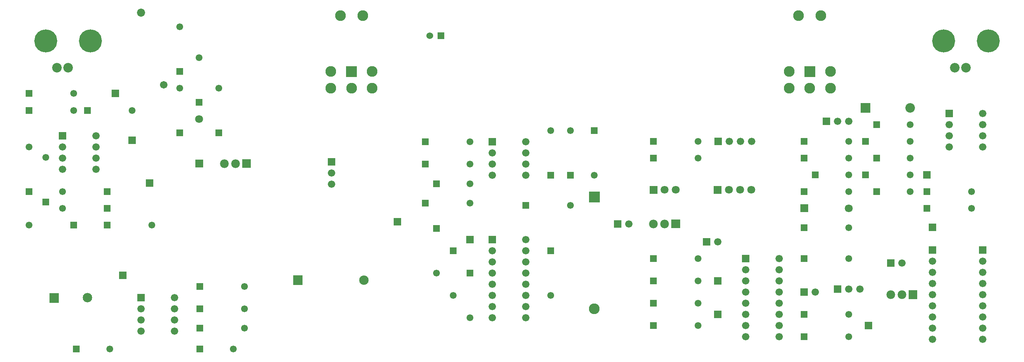
<source format=gbr>
G04 start of page 7 for group -4062 idx -4062 *
G04 Title: (unknown), soldermask *
G04 Creator: pcb 20091103 *
G04 CreationDate: Mon Apr 26 17:04:44 2010 UTC *
G04 For: fosse *
G04 Format: Gerber/RS-274X *
G04 PCB-Dimensions: 1200000 1000000 *
G04 PCB-Coordinate-Origin: lower left *
%MOIN*%
%FSLAX25Y25*%
%LNBACKMASK*%
%ADD11C,0.0200*%
%ADD16C,0.0600*%
%ADD37C,0.0610*%
%ADD38C,0.0660*%
%ADD39C,0.0710*%
%ADD40C,0.0860*%
%ADD41C,0.0847*%
%ADD42C,0.2060*%
%ADD43C,0.0960*%
%ADD44C,0.0780*%
%ADD45C,0.0722*%
%ADD46C,0.0672*%
G54D11*G36*
X228450Y602050D02*Y595950D01*
X234550D01*
Y602050D01*
X228450D01*
G37*
G36*
X198450D02*Y595950D01*
X204550D01*
Y602050D01*
X198450D01*
G37*
G54D37*X161500Y599000D03*
G54D38*X191500Y669000D03*
X221500D03*
G54D37*X161500D03*
G54D38*X191500Y659000D03*
Y649000D03*
X221500D03*
Y659000D03*
G54D37*X176500Y659500D03*
G54D11*G36*
X228450Y632050D02*Y625950D01*
X234550D01*
Y632050D01*
X228450D01*
G37*
G54D37*X191500Y629000D03*
G54D11*G36*
X173450Y622550D02*Y616450D01*
X179550D01*
Y622550D01*
X173450D01*
G37*
G36*
X158450Y632050D02*Y625950D01*
X164550D01*
Y632050D01*
X158450D01*
G37*
G36*
X228450Y617050D02*Y610950D01*
X234550D01*
Y617050D01*
X228450D01*
G37*
G54D37*X191500Y614000D03*
G54D11*G36*
X266200Y639800D02*Y633200D01*
X272800D01*
Y639800D01*
X266200D01*
G37*
G36*
X250700Y678300D02*Y671700D01*
X257300D01*
Y678300D01*
X250700D01*
G37*
G36*
X188200Y682300D02*Y675700D01*
X194800D01*
Y682300D01*
X188200D01*
G37*
G54D38*X221500Y679000D03*
G54D11*G36*
X210950Y704550D02*Y698450D01*
X217050D01*
Y704550D01*
X210950D01*
G37*
G54D37*X254000Y701500D03*
X201500D03*
G54D11*G36*
X235700Y720300D02*Y713700D01*
X242300D01*
Y720300D01*
X235700D01*
G37*
G36*
X293450Y684550D02*Y678450D01*
X299550D01*
Y684550D01*
X293450D01*
G37*
G36*
X328450D02*Y678450D01*
X334550D01*
Y684550D01*
X328450D01*
G37*
G54D37*X296500Y721500D03*
X331500D03*
G54D11*G36*
X293450Y739550D02*Y733450D01*
X299550D01*
Y739550D01*
X293450D01*
G37*
G36*
X310950Y712050D02*Y705950D01*
X317050D01*
Y712050D01*
X310950D01*
G37*
G54D37*X314000Y749000D03*
G54D39*Y694000D03*
G54D40*X196500Y740000D03*
G54D11*G36*
X158450Y720050D02*Y713950D01*
X164550D01*
Y720050D01*
X158450D01*
G37*
G54D37*X201500Y717000D03*
G54D11*G36*
X158450Y704550D02*Y698450D01*
X164550D01*
Y704550D01*
X158450D01*
G37*
G36*
X311450Y491050D02*Y484950D01*
X317550D01*
Y491050D01*
X311450D01*
G37*
G36*
Y527050D02*Y520950D01*
X317550D01*
Y527050D01*
X311450D01*
G37*
G36*
Y509550D02*Y503450D01*
X317550D01*
Y509550D01*
X311450D01*
G37*
G36*
Y547050D02*Y540950D01*
X317550D01*
Y547050D01*
X311450D01*
G37*
G54D37*X344500Y488000D03*
X354500Y524000D03*
Y506500D03*
Y544000D03*
X271500Y599000D03*
G54D11*G36*
X242200Y557300D02*Y550700D01*
X248800D01*
Y557300D01*
X242200D01*
G37*
G36*
X258700Y537300D02*Y530700D01*
X265300D01*
Y537300D01*
X258700D01*
G37*
G54D38*X262000Y524000D03*
Y514000D03*
G54D41*X214000Y534000D03*
G54D11*G36*
X179841Y537844D02*Y529370D01*
X188315D01*
Y537844D01*
X179841D01*
G37*
G54D38*X262000Y504000D03*
G54D11*G36*
X200950Y491050D02*Y484950D01*
X207050D01*
Y491050D01*
X200950D01*
G37*
G54D37*X234000Y488000D03*
G54D38*X292000Y504000D03*
Y514000D03*
Y524000D03*
Y534000D03*
G54D40*X991000Y740000D03*
G54D42*X981000Y764000D03*
G54D40*X1001000Y740000D03*
G54D42*X1021000Y764000D03*
G54D38*X1016000Y669000D03*
Y679000D03*
Y689000D03*
Y699000D03*
G54D11*G36*
X917950Y692050D02*Y685950D01*
X924050D01*
Y692050D01*
X917950D01*
G37*
G36*
X907950Y677050D02*Y670950D01*
X914050D01*
Y677050D01*
X907950D01*
G37*
G36*
X917950Y632050D02*Y625950D01*
X924050D01*
Y632050D01*
X917950D01*
G37*
G36*
X907950Y647050D02*Y640950D01*
X914050D01*
Y647050D01*
X907950D01*
G37*
G36*
X917950Y662050D02*Y655950D01*
X924050D01*
Y662050D01*
X917950D01*
G37*
G36*
X906700Y708300D02*Y699700D01*
X915300D01*
Y708300D01*
X906700D01*
G37*
G54D37*X951000Y689000D03*
Y674000D03*
Y644000D03*
Y659000D03*
G54D40*Y704000D03*
G54D11*G36*
X962700Y647300D02*Y640700D01*
X969300D01*
Y647300D01*
X962700D01*
G37*
G36*
X872700Y695300D02*Y688700D01*
X879300D01*
Y695300D01*
X872700D01*
G37*
G54D38*X886000Y692000D03*
X896000D03*
G54D11*G36*
X852950Y677050D02*Y670950D01*
X859050D01*
Y677050D01*
X852950D01*
G37*
G54D37*X896000Y674000D03*
G54D43*X851000Y786500D03*
X871000D03*
G54D11*G36*
X856200Y741300D02*Y731700D01*
X865800D01*
Y741300D01*
X856200D01*
G37*
G54D43*X842500Y736500D03*
X879500D03*
X842500Y721500D03*
X861000D03*
X879500D03*
G54D38*X803500Y539000D03*
Y529000D03*
Y519000D03*
Y509000D03*
G54D11*G36*
X800200Y572300D02*Y565700D01*
X806800D01*
Y572300D01*
X800200D01*
G37*
G54D38*X803500Y559000D03*
Y549000D03*
Y499000D03*
G54D11*G36*
X775200Y522300D02*Y515700D01*
X781800D01*
Y522300D01*
X775200D01*
G37*
G36*
Y552300D02*Y545700D01*
X781800D01*
Y552300D01*
X775200D01*
G37*
G36*
X774950Y634050D02*Y626950D01*
X782050D01*
Y634050D01*
X774950D01*
G37*
G54D39*X788500Y630500D03*
X798500D03*
X808500D03*
G54D11*G36*
X717450Y634050D02*Y626950D01*
X724550D01*
Y634050D01*
X717450D01*
G37*
G54D39*X731000Y630500D03*
X741000D03*
G54D11*G36*
X775700Y677300D02*Y670700D01*
X782300D01*
Y677300D01*
X775700D01*
G37*
G36*
X717950Y677050D02*Y670950D01*
X724050D01*
Y677050D01*
X717950D01*
G37*
G54D37*X761000Y674000D03*
G54D38*X789000D03*
X799000D03*
X809000D03*
G54D11*G36*
X717950Y662050D02*Y655950D01*
X724050D01*
Y662050D01*
X717950D01*
G37*
G54D37*X761000Y659000D03*
Y569000D03*
G54D11*G36*
X765200Y587300D02*Y580700D01*
X771800D01*
Y587300D01*
X765200D01*
G37*
G54D38*X778500Y584000D03*
G54D11*G36*
X737100Y603900D02*Y596100D01*
X744900D01*
Y603900D01*
X737100D01*
G37*
G54D44*X731000Y600000D03*
X721000D03*
G54D11*G36*
X717950Y572050D02*Y565950D01*
X724050D01*
Y572050D01*
X717950D01*
G37*
G36*
Y552050D02*Y545950D01*
X724050D01*
Y552050D01*
X717950D01*
G37*
G54D37*X761000Y549000D03*
G54D11*G36*
X717950Y532050D02*Y525950D01*
X724050D01*
Y532050D01*
X717950D01*
G37*
G54D37*X761000Y529000D03*
G54D11*G36*
X717950Y512050D02*Y505950D01*
X724050D01*
Y512050D01*
X717950D01*
G37*
G54D37*X761000Y509000D03*
G54D11*G36*
X573200Y589300D02*Y582700D01*
X579800D01*
Y589300D01*
X573200D01*
G37*
G54D38*X576500Y576000D03*
Y566000D03*
G54D37*X556500Y516000D03*
G54D11*G36*
X553450Y559050D02*Y552950D01*
X559550D01*
Y559050D01*
X553450D01*
G37*
G54D38*X576500Y556000D03*
Y546000D03*
Y536000D03*
G54D37*X541500D03*
X556500Y618500D03*
G54D11*G36*
X553200Y589300D02*Y582700D01*
X559800D01*
Y589300D01*
X553200D01*
G37*
G54D37*X556500Y653500D03*
Y636000D03*
G54D11*G36*
X573200Y676800D02*Y670200D01*
X579800D01*
Y676800D01*
X573200D01*
G37*
G54D37*X556500Y673500D03*
G54D38*X576500Y663500D03*
Y653500D03*
Y643500D03*
Y526000D03*
Y516000D03*
X606500D03*
Y526000D03*
Y536000D03*
G54D37*X629000D03*
G54D38*X606500Y546000D03*
Y556000D03*
Y566000D03*
Y576000D03*
Y586000D03*
G54D11*G36*
X625950Y579050D02*Y572950D01*
X632050D01*
Y579050D01*
X625950D01*
G37*
G54D43*X668000Y524000D03*
G54D11*G36*
X625950Y646550D02*Y640450D01*
X632050D01*
Y646550D01*
X625950D01*
G37*
G54D38*X606500Y643500D03*
Y653500D03*
Y663500D03*
Y673500D03*
G54D11*G36*
X603450Y619550D02*Y613450D01*
X609550D01*
Y619550D01*
X603450D01*
G37*
G54D37*X629000Y683500D03*
G54D11*G36*
X664950Y686550D02*Y680450D01*
X671050D01*
Y686550D01*
X664950D01*
G37*
G54D37*X646500Y683500D03*
G54D11*G36*
X663200Y628800D02*Y619200D01*
X672800D01*
Y628800D01*
X663200D01*
G37*
G54D37*X668000Y643500D03*
G54D11*G36*
X643450Y646550D02*Y640450D01*
X649550D01*
Y646550D01*
X643450D01*
G37*
G54D37*X646500Y616500D03*
G54D11*G36*
X685700Y603300D02*Y596700D01*
X692300D01*
Y603300D01*
X685700D01*
G37*
G54D38*X699000Y600000D03*
X833500Y499000D03*
G54D11*G36*
X852950Y502050D02*Y495950D01*
X859050D01*
Y502050D01*
X852950D01*
G37*
G54D37*X896000Y499000D03*
G54D38*X833500Y509000D03*
G54D11*G36*
X852700Y542300D02*Y535700D01*
X859300D01*
Y542300D01*
X852700D01*
G37*
G54D38*X866000Y539000D03*
G54D11*G36*
X882700Y544800D02*Y538200D01*
X889300D01*
Y544800D01*
X882700D01*
G37*
G36*
X852950Y522050D02*Y515950D01*
X859050D01*
Y522050D01*
X852950D01*
G37*
G54D38*X833500Y519000D03*
Y529000D03*
Y539000D03*
Y549000D03*
Y559000D03*
Y569000D03*
G54D37*X896000Y519000D03*
G54D11*G36*
X910200Y512300D02*Y505700D01*
X916800D01*
Y512300D01*
X910200D01*
G37*
G36*
X852950Y662050D02*Y655950D01*
X859050D01*
Y662050D01*
X852950D01*
G37*
G36*
Y599550D02*Y593450D01*
X859050D01*
Y599550D01*
X852950D01*
G37*
G36*
Y632050D02*Y625950D01*
X859050D01*
Y632050D01*
X852950D01*
G37*
G54D37*X896000Y659000D03*
Y596500D03*
Y629000D03*
Y644000D03*
G54D11*G36*
X852450Y617550D02*Y610450D01*
X859550D01*
Y617550D01*
X852450D01*
G37*
G54D39*X896000Y614000D03*
G54D11*G36*
X862950Y647050D02*Y640950D01*
X869050D01*
Y647050D01*
X862950D01*
G37*
G36*
X930200Y568300D02*Y561700D01*
X936800D01*
Y568300D01*
X930200D01*
G37*
G54D38*X943500Y565000D03*
G54D11*G36*
X852950Y572050D02*Y565950D01*
X859050D01*
Y572050D01*
X852950D01*
G37*
G54D37*X896000Y569000D03*
G54D11*G36*
X949600Y540400D02*Y532600D01*
X957400D01*
Y540400D01*
X949600D01*
G37*
G54D44*X943500Y536500D03*
X933500D03*
G54D38*X896000Y541500D03*
X906000D03*
G54D11*G36*
X962950Y617050D02*Y610950D01*
X969050D01*
Y617050D01*
X962950D01*
G37*
G36*
Y632050D02*Y625950D01*
X969050D01*
Y632050D01*
X962950D01*
G37*
G54D37*X951000Y629000D03*
X1006000Y614000D03*
G54D11*G36*
X982700Y702300D02*Y695700D01*
X989300D01*
Y702300D01*
X982700D01*
G37*
G54D38*X986000Y689000D03*
Y679000D03*
Y669000D03*
G54D37*X1006000Y629000D03*
G54D11*G36*
X1012700Y579800D02*Y573200D01*
X1019300D01*
Y579800D01*
X1012700D01*
G37*
G54D38*X1016000Y566500D03*
Y556500D03*
Y546500D03*
Y536500D03*
Y526500D03*
Y516500D03*
Y506500D03*
Y496500D03*
G54D11*G36*
X967700Y579800D02*Y573200D01*
X974300D01*
Y579800D01*
X967700D01*
G37*
G54D38*X971000Y566500D03*
Y556500D03*
G54D11*G36*
X967700Y600300D02*Y593700D01*
X974300D01*
Y600300D01*
X967700D01*
G37*
G54D38*X971000Y546500D03*
Y536500D03*
Y526500D03*
Y516500D03*
Y506500D03*
Y496500D03*
G54D11*G36*
X527500Y771500D02*Y765500D01*
X533500D01*
Y771500D01*
X527500D01*
G37*
G54D45*X261851Y789287D03*
G54D46*X282323Y724720D03*
G54D40*X186500Y740000D03*
G54D42*X216500Y764000D03*
X176500D03*
G54D37*X296500Y776500D03*
G54D43*X440500Y786500D03*
X460500D03*
G54D11*G36*
X310450Y657550D02*Y650450D01*
X317550D01*
Y657550D01*
X310450D01*
G37*
G36*
X352600Y657900D02*Y650100D01*
X360400D01*
Y657900D01*
X352600D01*
G37*
G54D44*X346500Y654000D03*
X336500D03*
G54D11*G36*
X429200Y658800D02*Y652200D01*
X435800D01*
Y658800D01*
X429200D01*
G37*
G54D38*X432500Y645500D03*
Y635500D03*
G54D11*G36*
X513450Y656550D02*Y650450D01*
X519550D01*
Y656550D01*
X513450D01*
G37*
G36*
X523450Y639050D02*Y632950D01*
X529550D01*
Y639050D01*
X523450D01*
G37*
G36*
X513450Y676550D02*Y670450D01*
X519550D01*
Y676550D01*
X513450D01*
G37*
G36*
X398236Y553737D02*Y545263D01*
X406710D01*
Y553737D01*
X398236D01*
G37*
G54D41*X461528Y549500D03*
G54D11*G36*
X488200Y605300D02*Y598700D01*
X494800D01*
Y605300D01*
X488200D01*
G37*
G36*
X513450Y621550D02*Y615450D01*
X519550D01*
Y621550D01*
X513450D01*
G37*
G36*
X523450Y599050D02*Y592950D01*
X529550D01*
Y599050D01*
X523450D01*
G37*
G54D37*X526500Y556000D03*
G54D11*G36*
X538450Y579050D02*Y572950D01*
X544550D01*
Y579050D01*
X538450D01*
G37*
G54D16*X520500Y768500D03*
G54D11*G36*
X445700Y741300D02*Y731700D01*
X455300D01*
Y741300D01*
X445700D01*
G37*
G54D43*X432000Y736500D03*
X469000D03*
X432000Y721500D03*
X450500D03*
X469000D03*
M02*

</source>
